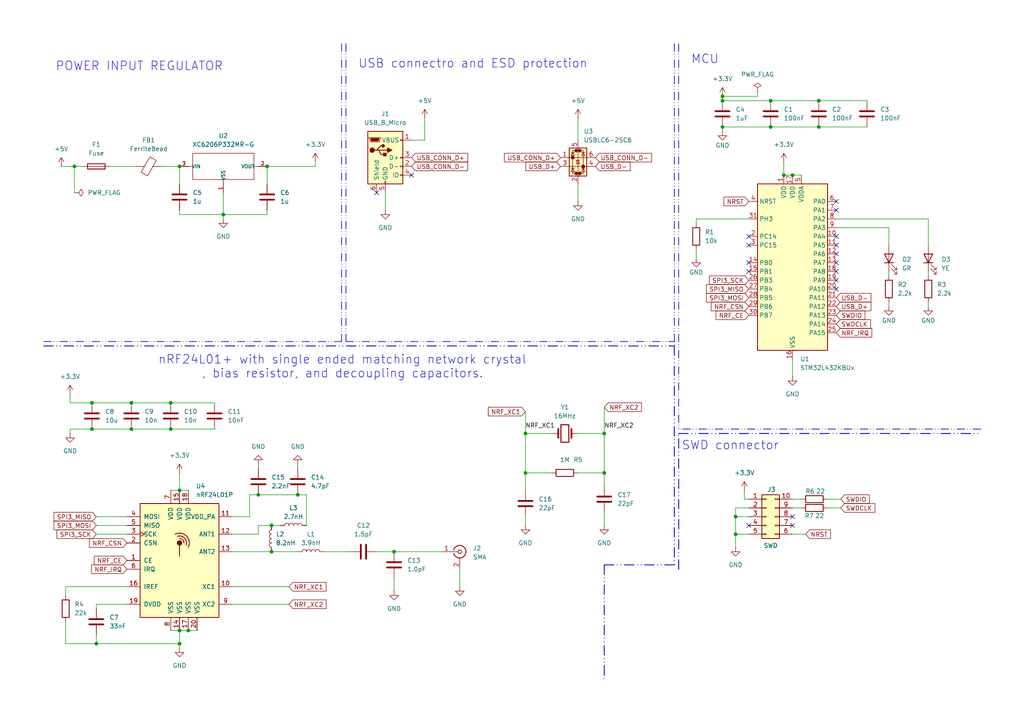
<source format=kicad_sch>
(kicad_sch (version 20231120) (generator "eeschema") (generator_version "8.0")
  (paper "A4")
  (title_block (title "STRF") (date "2025-01-26") (company "MORCHID"))
  (lib_symbols
    (symbol "Connector:Conn_Coaxial" (pin_names (offset 1.016) hide)
      (property "Reference" "J" (at 0.254 3.048 0))
      (property "Value" "Conn_Coaxial" (at 2.921 0 90))
      (symbol "Conn_Coaxial_0_1"
        (arc (start -1.778 -0.508) (mid 0.2311 -1.8066) (end 1.778 0) (stroke (width 0.254)))
        (polyline (pts (xy -2.54 0) (xy -0.508 0)))
        (polyline (pts (xy 0 -2.54) (xy 0 -1.778)))
        (circle (center 0 0) (radius 0.508) (stroke (width 0.2032)))
        (arc (start 1.778 0) (mid 0.2099 1.8101) (end -1.778 0.508) (stroke (width 0.254)))
      )
      (symbol "Conn_Coaxial_1_1"
        (pin passive line (at -5.08 0 0) (length 2.54) (name "In") (number "1"))
        (pin passive line (at 0 -5.08 90) (length 2.54) (name "Ext") (number "2"))
      )
    )
    (symbol "Connector:USB_B_Micro" (pin_names (offset 1.016))
      (property "Reference" "J" (at -5.08 11.43 0))
      (property "Value" "USB_B_Micro" (at -5.08 8.89 0))
      (symbol "USB_B_Micro_0_1"
        (rectangle (start -5.08 -7.62) (end 5.08 7.62) (stroke (width 0.254)) (fill (type background)))
        (circle (center -3.81 2.159) (radius 0.635) (stroke (width 0.254)) (fill (type outline)))
        (circle (center -0.635 3.429) (radius 0.381) (stroke (width 0.254)) (fill (type outline)))
        (rectangle (start -0.127 -7.62) (end 0.127 -6.858))
        (polyline (pts (xy -1.905 2.159) (xy 0.635 2.159)) (stroke (width 0.254)))
        (polyline (pts (xy -3.175 2.159) (xy -2.54 2.159) (xy -1.27 3.429) (xy -0.635 3.429)) (stroke (width 0.254)))
        (polyline (pts (xy -2.54 2.159) (xy -1.905 2.159) (xy -1.27 0.889) (xy 0 0.889)) (stroke (width 0.254)))
        (polyline (pts (xy 0.635 2.794) (xy 0.635 1.524) (xy 1.905 2.159) (xy 0.635 2.794)) (stroke (width 0.254)) (fill (type outline)))
        (polyline (pts (xy -4.318 5.588) (xy -1.778 5.588) (xy -2.032 4.826) (xy -4.064 4.826) (xy -4.318 5.588)) (fill (type outline)))
        (polyline (pts (xy -4.699 5.842) (xy -4.699 5.588) (xy -4.445 4.826) (xy -4.445 4.572) (xy -1.651 4.572) (xy -1.651 4.826) (xy -1.397 5.588) (xy -1.397 5.842) (xy -4.699 5.842)))
        (rectangle (start 0.254 1.27) (end -0.508 0.508) (stroke (width 0.254)) (fill (type outline)))
        (rectangle (start 5.08 -5.207) (end 4.318 -4.953))
        (rectangle (start 5.08 -2.667) (end 4.318 -2.413))
        (rectangle (start 5.08 -0.127) (end 4.318 0.127))
        (rectangle (start 5.08 4.953) (end 4.318 5.207))
      )
      (symbol "USB_B_Micro_1_1"
        (pin power_out line (at 7.62 5.08 180) (length 2.54) (name "VBUS") (number "1"))
        (pin bidirectional line (at 7.62 -2.54 180) (length 2.54) (name "D-") (number "2"))
        (pin bidirectional line (at 7.62 0 180) (length 2.54) (name "D+") (number "3"))
        (pin passive line (at 7.62 -5.08 180) (length 2.54) (name "ID") (number "4"))
        (pin power_out line (at 0 -10.16 90) (length 2.54) (name "GND") (number "5"))
        (pin passive line (at -2.54 -10.16 90) (length 2.54) (name "Shield") (number "6"))
      )
    )
    (symbol "Connector_Generic:Conn_02x05_Counter_Clockwise" (pin_names (offset 1.016) hide)
      (property "Reference" "J" (at 1.27 7.62 0))
      (property "Value" "Conn_02x05_Counter_Clockwise" (at 1.27 -7.62 0))
      (symbol "Conn_02x05_Counter_Clockwise_1_1"
        (rectangle (start -1.27 -4.953) (end 0 -5.207) (stroke (width 0.1524)))
        (rectangle (start -1.27 -2.413) (end 0 -2.667) (stroke (width 0.1524)))
        (rectangle (start -1.27 0.127) (end 0 -0.127) (stroke (width 0.1524)))
        (rectangle (start -1.27 2.667) (end 0 2.413) (stroke (width 0.1524)))
        (rectangle (start -1.27 5.207) (end 0 4.953) (stroke (width 0.1524)))
        (rectangle (start -1.27 6.35) (end 3.81 -6.35) (stroke (width 0.254)) (fill (type background)))
        (rectangle (start 3.81 -4.953) (end 2.54 -5.207) (stroke (width 0.1524)))
        (rectangle (start 3.81 -2.413) (end 2.54 -2.667) (stroke (width 0.1524)))
        (rectangle (start 3.81 0.127) (end 2.54 -0.127) (stroke (width 0.1524)))
        (rectangle (start 3.81 2.667) (end 2.54 2.413) (stroke (width 0.1524)))
        (rectangle (start 3.81 5.207) (end 2.54 4.953) (stroke (width 0.1524)))
        (pin passive line (at -5.08 5.08 0) (length 3.81) (name "Pin_1") (number "1"))
        (pin passive line (at 7.62 5.08 180) (length 3.81) (name "Pin_10") (number "10"))
        (pin passive line (at -5.08 2.54 0) (length 3.81) (name "Pin_2") (number "2"))
        (pin passive line (at -5.08 0 0) (length 3.81) (name "Pin_3") (number "3"))
        (pin passive line (at -5.08 -2.54 0) (length 3.81) (name "Pin_4") (number "4"))
        (pin passive line (at -5.08 -5.08 0) (length 3.81) (name "Pin_5") (number "5"))
        (pin passive line (at 7.62 -5.08 180) (length 3.81) (name "Pin_6") (number "6"))
        (pin passive line (at 7.62 -2.54 180) (length 3.81) (name "Pin_7") (number "7"))
        (pin passive line (at 7.62 0 180) (length 3.81) (name "Pin_8") (number "8"))
        (pin passive line (at 7.62 2.54 180) (length 3.81) (name "Pin_9") (number "9"))
      )
    )
    (symbol "Device:C" (pin_numbers hide) (pin_names (offset 0.254))
      (property "Reference" "C" (at 0.635 2.54 0))
      (property "Value" "C" (at 0.635 -2.54 0))
      (symbol "C_0_1"
        (polyline (pts (xy -2.032 -0.762) (xy 2.032 -0.762)) (stroke (width 0.508)))
        (polyline (pts (xy -2.032 0.762) (xy 2.032 0.762)) (stroke (width 0.508)))
      )
      (symbol "C_1_1"
        (pin passive line (at 0 3.81 270) (length 2.794) (name "~") (number "1"))
        (pin passive line (at 0 -3.81 90) (length 2.794) (name "~") (number "2"))
      )
    )
    (symbol "Device:Crystal" (pin_numbers hide) (pin_names (offset 1.016) hide)
      (property "Reference" "Y" (at 0 3.81 0))
      (property "Value" "Crystal" (at 0 -3.81 0))
      (symbol "Crystal_0_1"
        (rectangle (start -1.143 2.54) (end 1.143 -2.54) (stroke (width 0.3048)))
        (polyline (pts (xy -2.54 0) (xy -1.905 0)))
        (polyline (pts (xy -1.905 -1.27) (xy -1.905 1.27)) (stroke (width 0.508)))
        (polyline (pts (xy 1.905 -1.27) (xy 1.905 1.27)) (stroke (width 0.508)))
        (polyline (pts (xy 2.54 0) (xy 1.905 0)))
      )
      (symbol "Crystal_1_1"
        (pin passive line (at -3.81 0 0) (length 1.27) (name "1") (number "1"))
        (pin passive line (at 3.81 0 180) (length 1.27) (name "2") (number "2"))
      )
    )
    (symbol "Device:FerriteBead" (pin_numbers hide) (pin_names (offset 0))
      (property "Reference" "FB" (at -3.81 0.635 90))
      (property "Value" "FerriteBead" (at 3.81 0 90))
      (symbol "FerriteBead_0_1"
        (polyline (pts (xy 0 -1.27) (xy 0 -1.2192)))
        (polyline (pts (xy 0 1.27) (xy 0 1.2954)))
        (polyline (pts (xy -2.7686 0.4064) (xy -1.7018 2.2606) (xy 2.7686 -0.3048) (xy 1.6764 -2.159) (xy -2.7686 0.4064)))
      )
      (symbol "FerriteBead_1_1"
        (pin passive line (at 0 3.81 270) (length 2.54) (name "~") (number "1"))
        (pin passive line (at 0 -3.81 90) (length 2.54) (name "~") (number "2"))
      )
    )
    (symbol "Device:Fuse" (pin_numbers hide) (pin_names (offset 0))
      (property "Reference" "F" (at 2.032 0 90))
      (property "Value" "Fuse" (at -1.905 0 90))
      (symbol "Fuse_0_1"
        (rectangle (start -0.762 -2.54) (end 0.762 2.54) (stroke (width 0.254)))
        (polyline (pts (xy 0 2.54) (xy 0 -2.54)))
      )
      (symbol "Fuse_1_1"
        (pin passive line (at 0 3.81 270) (length 1.27) (name "~") (number "1"))
        (pin passive line (at 0 -3.81 90) (length 1.27) (name "~") (number "2"))
      )
    )
    (symbol "Device:L" (pin_numbers hide) (pin_names (offset 1.016) hide)
      (property "Reference" "L" (at -1.27 0 90))
      (property "Value" "L" (at 1.905 0 90))
      (symbol "L_0_1"
        (arc (start 0 -2.54) (mid 0.6323 -1.905) (end 0 -1.27))
        (arc (start 0 -1.27) (mid 0.6323 -0.635) (end 0 0))
        (arc (start 0 0) (mid 0.6323 0.635) (end 0 1.27))
        (arc (start 0 1.27) (mid 0.6323 1.905) (end 0 2.54))
      )
      (symbol "L_1_1"
        (pin passive line (at 0 3.81 270) (length 1.27) (name "1") (number "1"))
        (pin passive line (at 0 -3.81 90) (length 1.27) (name "2") (number "2"))
      )
    )
    (symbol "Device:LED" (pin_numbers hide) (pin_names (offset 1.016) hide)
      (property "Reference" "D" (at 0 2.54 0))
      (property "Value" "LED" (at 0 -2.54 0))
      (symbol "LED_0_1"
        (polyline (pts (xy -1.27 -1.27) (xy -1.27 1.27)) (stroke (width 0.254)))
        (polyline (pts (xy -1.27 0) (xy 1.27 0)))
        (polyline (pts (xy 1.27 -1.27) (xy 1.27 1.27) (xy -1.27 0) (xy 1.27 -1.27)) (stroke (width 0.254)))
        (polyline (pts (xy -3.048 -0.762) (xy -4.572 -2.286) (xy -3.81 -2.286) (xy -4.572 -2.286) (xy -4.572 -1.524)))
        (polyline (pts (xy -1.778 -0.762) (xy -3.302 -2.286) (xy -2.54 -2.286) (xy -3.302 -2.286) (xy -3.302 -1.524)))
      )
      (symbol "LED_1_1"
        (pin passive line (at -3.81 0 0) (length 2.54) (name "K") (number "1"))
        (pin passive line (at 3.81 0 180) (length 2.54) (name "A") (number "2"))
      )
    )
    (symbol "Device:R" (pin_numbers hide) (pin_names (offset 0))
      (property "Reference" "R" (at 2.032 0 90))
      (property "Value" "R" (at 0 0 90))
      (symbol "R_0_1"
        (rectangle (start -1.016 -2.54) (end 1.016 2.54) (stroke (width 0.254)))
      )
      (symbol "R_1_1"
        (pin passive line (at 0 3.81 270) (length 1.27) (name "~") (number "1"))
        (pin passive line (at 0 -3.81 90) (length 1.27) (name "~") (number "2"))
      )
    )
    (symbol "MCU_ST_STM32L4:STM32L432KBUx"
      (property "Reference" "U" (at -10.16 26.67 0))
      (property "Value" "STM32L432KBUx" (at 5.08 26.67 0))
      (symbol "STM32L432KBUx_0_1"
        (rectangle (start -10.16 -22.86) (end 10.16 25.4) (stroke (width 0.254)) (fill (type background)))
      )
      (symbol "STM32L432KBUx_1_1"
        (pin power_in line (at -2.54 27.94 270) (length 2.54) (name "VDD") (number "1"))
        (pin bidirectional line (at 12.7 10.16 180) (length 2.54) (name "PA4") (number "10"))
        (pin bidirectional line (at 12.7 7.62 180) (length 2.54) (name "PA5") (number "11"))
        (pin bidirectional line (at 12.7 5.08 180) (length 2.54) (name "PA6") (number "12"))
        (pin bidirectional line (at 12.7 2.54 180) (length 2.54) (name "PA7") (number "13"))
        (pin bidirectional line (at -12.7 2.54 0) (length 2.54) (name "PB0") (number "14"))
        (pin bidirectional line (at -12.7 0 0) (length 2.54) (name "PB1") (number "15"))
        (pin power_in line (at 0 -25.4 90) (length 2.54) (name "VSS") (number "16"))
        (pin power_in line (at 0 27.94 270) (length 2.54) (name "VDD") (number "17"))
        (pin bidirectional line (at 12.7 0 180) (length 2.54) (name "PA8") (number "18"))
        (pin bidirectional line (at 12.7 -2.54 180) (length 2.54) (name "PA9") (number "19"))
        (pin bidirectional line (at -12.7 10.16 0) (length 2.54) (name "PC14") (number "2"))
        (pin bidirectional line (at 12.7 -5.08 180) (length 2.54) (name "PA10") (number "20"))
        (pin bidirectional line (at 12.7 -7.62 180) (length 2.54) (name "PA11") (number "21"))
        (pin bidirectional line (at 12.7 -10.16 180) (length 2.54) (name "PA12") (number "22"))
        (pin bidirectional line (at 12.7 -12.7 180) (length 2.54) (name "PA13") (number "23"))
        (pin bidirectional line (at 12.7 -15.24 180) (length 2.54) (name "PA14") (number "24"))
        (pin bidirectional line (at 12.7 -17.78 180) (length 2.54) (name "PA15") (number "25"))
        (pin bidirectional line (at -12.7 -2.54 0) (length 2.54) (name "PB3") (number "26"))
        (pin bidirectional line (at -12.7 -5.08 0) (length 2.54) (name "PB4") (number "27"))
        (pin bidirectional line (at -12.7 -7.62 0) (length 2.54) (name "PB5") (number "28"))
        (pin bidirectional line (at -12.7 -10.16 0) (length 2.54) (name "PB6") (number "29"))
        (pin bidirectional line (at -12.7 7.62 0) (length 2.54) (name "PC15") (number "3"))
        (pin bidirectional line (at -12.7 -12.7 0) (length 2.54) (name "PB7") (number "30"))
        (pin bidirectional line (at -12.7 15.24 0) (length 2.54) (name "PH3") (number "31"))
        (pin passive line (at 0 -25.4 90) (length 2.54) hide (name "VSS") (number "32"))
        (pin passive line (at 0 -25.4 90) (length 2.54) hide (name "VSS") (number "33"))
        (pin input line (at -12.7 20.32 0) (length 2.54) (name "NRST") (number "4"))
        (pin power_in line (at 2.54 27.94 270) (length 2.54) (name "VDDA") (number "5"))
        (pin bidirectional line (at 12.7 20.32 180) (length 2.54) (name "PA0") (number "6"))
        (pin bidirectional line (at 12.7 17.78 180) (length 2.54) (name "PA1") (number "7"))
        (pin bidirectional line (at 12.7 15.24 180) (length 2.54) (name "PA2") (number "8"))
        (pin bidirectional line (at 12.7 12.7 180) (length 2.54) (name "PA3") (number "9"))
      )
    )
    (symbol "PMIC-LDO-XC6206P332MR-G_SOT23_:PMIC-LDO-XC6206P332MR-G_SOT23_" (pin_names (offset 1.016))
      (property "Reference" "U" (at -8.9014 5.0865 0))
      (property "Value" "PMIC-LDO-XC6206P332MR-G_SOT23_" (at -1.2715 5.086 0))
      (symbol "PMIC-LDO-XC6206P332MR-G_SOT23__0_0"
        (polyline (pts (xy -10.16 0) (xy -8.89 0)) (stroke (width 0.1524)))
        (polyline (pts (xy -8.89 -3.81) (xy -8.89 0)) (stroke (width 0.1524)))
        (polyline (pts (xy -8.89 0) (xy -8.89 3.81)) (stroke (width 0.1524)))
        (polyline (pts (xy -8.89 3.81) (xy 8.89 3.81)) (stroke (width 0.1524)))
        (polyline (pts (xy 0 -5.08) (xy 0 -3.81)) (stroke (width 0.1524)))
        (polyline (pts (xy 0 -3.81) (xy -8.89 -3.81)) (stroke (width 0.1524)))
        (polyline (pts (xy 8.89 -3.81) (xy 0 -3.81)) (stroke (width 0.1524)))
        (polyline (pts (xy 8.89 0) (xy 8.89 -3.81)) (stroke (width 0.1524)))
        (polyline (pts (xy 8.89 3.81) (xy 8.89 0)) (stroke (width 0.1524)))
        (polyline (pts (xy 10.16 0) (xy 8.89 0)) (stroke (width 0.1524)))
        (pin power_in line (at 0 -7.62 90) (length 2.54) (name "VSS") (number "1"))
        (pin output line (at 12.7 0 180) (length 2.54) (name "VOUT") (number "2"))
        (pin input line (at -12.7 0 0) (length 2.54) (name "VIN") (number "3"))
      )
    )
    (symbol "Power_Protection:USBLC6-2SC6" (pin_names hide)
      (property "Reference" "U" (at 0.635 5.715 0))
      (property "Value" "USBLC6-2SC6" (at 0.635 3.81 0))
      (symbol "USBLC6-2SC6_0_0"
        (circle (center -1.524 0) (radius 0.0001) (stroke (width 0.508)))
        (circle (center -0.508 -4.572) (radius 0.0001) (stroke (width 0.508)))
        (circle (center -0.508 2.032) (radius 0.0001) (stroke (width 0.508)))
        (circle (center 0.508 -4.572) (radius 0.0001) (stroke (width 0.508)))
        (circle (center 0.508 2.032) (radius 0.0001) (stroke (width 0.508)))
        (circle (center 1.524 -2.54) (radius 0.0001) (stroke (width 0.508)))
      )
      (symbol "USBLC6-2SC6_0_1"
        (polyline (pts (xy -2.54 -2.54) (xy 2.54 -2.54)))
        (polyline (pts (xy -2.54 0) (xy 2.54 0)))
        (polyline (pts (xy -2.032 -3.048) (xy -1.016 -3.048)))
        (polyline (pts (xy -1.016 1.524) (xy -2.032 1.524)))
        (polyline (pts (xy 1.016 -3.048) (xy 2.032 -3.048)))
        (polyline (pts (xy 1.016 1.524) (xy 2.032 1.524)))
        (polyline (pts (xy -0.508 -1.143) (xy -0.508 -0.762) (xy 0.508 -0.762)))
        (polyline (pts (xy -2.032 0.508) (xy -1.016 0.508) (xy -1.524 1.524) (xy -2.032 0.508)))
        (polyline (pts (xy -1.016 -4.064) (xy -2.032 -4.064) (xy -1.524 -3.048) (xy -1.016 -4.064)))
        (polyline (pts (xy 0.508 -1.778) (xy -0.508 -1.778) (xy 0 -0.762) (xy 0.508 -1.778)))
        (polyline (pts (xy 2.032 -4.064) (xy 1.016 -4.064) (xy 1.524 -3.048) (xy 2.032 -4.064)))
        (polyline (pts (xy 2.032 0.508) (xy 1.016 0.508) (xy 1.524 1.524) (xy 2.032 0.508)))
        (polyline (pts (xy 0 2.54) (xy -0.508 2.032) (xy 0.508 2.032) (xy 0 1.524) (xy 0 -4.064) (xy -0.508 -4.572) (xy 0.508 -4.572) (xy 0 -5.08)))
      )
      (symbol "USBLC6-2SC6_1_1"
        (rectangle (start -2.54 2.794) (end 2.54 -5.334) (stroke (width 0.254)) (fill (type background)))
        (polyline (pts (xy -0.508 2.032) (xy -1.524 2.032) (xy -1.524 -4.572) (xy -0.508 -4.572)))
        (polyline (pts (xy 0.508 -4.572) (xy 1.524 -4.572) (xy 1.524 2.032) (xy 0.508 2.032)))
        (pin passive line (at -5.08 0 0) (length 2.54) (name "I/O1") (number "1"))
        (pin passive line (at 0 -7.62 90) (length 2.54) (name "GND") (number "2"))
        (pin passive line (at -5.08 -2.54 0) (length 2.54) (name "I/O2") (number "3"))
        (pin passive line (at 5.08 -2.54 180) (length 2.54) (name "I/O2") (number "4"))
        (pin passive line (at 0 5.08 270) (length 2.54) (name "VBUS") (number "5"))
        (pin passive line (at 5.08 0 180) (length 2.54) (name "I/O1") (number "6"))
      )
    )
    (symbol "RF:nRF24L01P" (pin_names (offset 1.016))
      (property "Reference" "U" (at -11.43 17.78 0))
      (property "Value" "nRF24L01P" (at 5.08 17.78 0))
      (symbol "nRF24L01P_0_1"
        (rectangle (start -11.43 16.51) (end 11.43 -16.51) (stroke (width 0.254)) (fill (type background)))
        (polyline (pts (xy 0 4.445) (xy 0 1.27)) (stroke (width 0.254)))
        (circle (center 0 5.08) (radius 0.635) (stroke (width 0.254)) (fill (type outline)))
        (arc (start 1.27 5.08) (mid 0.9071 5.9946) (end 0 6.35) (stroke (width 0.254)))
        (arc (start 1.905 4.445) (mid 1.4313 6.5254) (end -0.635 6.985) (stroke (width 0.254)))
        (arc (start 2.54 3.81) (mid 2.008 7.088) (end -1.27 7.62) (stroke (width 0.254)))
        (rectangle (start 11.43 -13.97) (end 11.43 -13.97))
      )
      (symbol "nRF24L01P_1_1"
        (pin input line (at -15.24 0 0) (length 3.81) (name "CE") (number "1"))
        (pin passive line (at 15.24 -7.62 180) (length 3.81) (name "XC1") (number "10"))
        (pin power_out line (at 15.24 12.7 180) (length 3.81) (name "VDD_PA") (number "11"))
        (pin passive line (at 15.24 7.62 180) (length 3.81) (name "ANT1") (number "12"))
        (pin passive line (at 15.24 2.54 180) (length 3.81) (name "ANT2") (number "13"))
        (pin power_in line (at 0 -20.32 90) (length 3.81) (name "VSS") (number "14"))
        (pin power_in line (at 0 20.32 270) (length 3.81) (name "VDD") (number "15"))
        (pin passive line (at -15.24 -7.62 0) (length 3.81) (name "IREF") (number "16"))
        (pin power_in line (at 2.54 -20.32 90) (length 3.81) (name "VSS") (number "17"))
        (pin power_in line (at 2.54 20.32 270) (length 3.81) (name "VDD") (number "18"))
        (pin power_out line (at -15.24 -12.7 0) (length 3.81) (name "DVDD") (number "19"))
        (pin input line (at -15.24 5.08 0) (length 3.81) (name "CSN") (number "2"))
        (pin power_in line (at 5.08 -20.32 90) (length 3.81) (name "VSS") (number "20"))
        (pin input clock (at -15.24 7.62 0) (length 3.81) (name "SCK") (number "3"))
        (pin input line (at -15.24 12.7 0) (length 3.81) (name "MOSI") (number "4"))
        (pin output line (at -15.24 10.16 0) (length 3.81) (name "MISO") (number "5"))
        (pin output line (at -15.24 -2.54 0) (length 3.81) (name "IRQ") (number "6"))
        (pin power_in line (at -2.54 20.32 270) (length 3.81) (name "VDD") (number "7"))
        (pin power_in line (at -2.54 -20.32 90) (length 3.81) (name "VSS") (number "8"))
        (pin passive line (at 15.24 -12.7 180) (length 3.81) (name "XC2") (number "9"))
      )
    )
    (symbol "power:+3.3V" (power) (pin_numbers hide) (pin_names (offset 0) hide)
      (property "Value" "+3.3V" (at 0 3.556 0))
      (symbol "+3.3V_0_1"
        (polyline (pts (xy -0.762 1.27) (xy 0 2.54)))
        (polyline (pts (xy 0 0) (xy 0 2.54)))
        (polyline (pts (xy 0 2.54) (xy 0.762 1.27)))
      )
      (symbol "+3.3V_1_1"
        (pin power_in line (at 0 0 90) (length 0) (name "~") (number "1"))
      )
    )
    (symbol "power:+5C" (power) (pin_numbers hide) (pin_names (offset 0) hide)
      (property "Value" "+5C" (at 0 3.556 0))
      (symbol "+5C_0_1"
        (polyline (pts (xy -0.762 1.27) (xy 0 2.54)))
        (polyline (pts (xy 0 0) (xy 0 2.54)))
        (polyline (pts (xy 0 2.54) (xy 0.762 1.27)))
      )
      (symbol "+5C_1_1"
        (pin power_in line (at 0 0 90) (length 0) (name "~") (number "1"))
      )
    )
    (symbol "power:+5V" (power) (pin_numbers hide) (pin_names (offset 0) hide)
      (property "Value" "+5V" (at 0 3.556 0))
      (symbol "+5V_0_1"
        (polyline (pts (xy -0.762 1.27) (xy 0 2.54)))
        (polyline (pts (xy 0 0) (xy 0 2.54)))
        (polyline (pts (xy 0 2.54) (xy 0.762 1.27)))
      )
      (symbol "+5V_1_1"
        (pin power_in line (at 0 0 90) (length 0) (name "~") (number "1"))
      )
    )
    (symbol "power:GND" (power) (pin_numbers hide) (pin_names (offset 0) hide)
      (property "Value" "GND" (at 0 -3.81 0))
      (symbol "GND_0_1"
        (polyline (pts (xy 0 0) (xy 0 -1.27) (xy 1.27 -1.27) (xy 0 -2.54) (xy -1.27 -1.27) (xy 0 -1.27)))
      )
      (symbol "GND_1_1"
        (pin power_in line (at 0 0 270) (length 0) (name "~") (number "1"))
      )
    )
    (symbol "power:PWR_FLAG" (power) (pin_numbers hide) (pin_names (offset 0) hide)
      (property "Value" "PWR_FLAG" (at 0 3.81 0))
      (symbol "PWR_FLAG_0_0"
        (pin power_out line (at 0 0 90) (length 0) (name "~") (number "1"))
      )
      (symbol "PWR_FLAG_0_1"
        (polyline (pts (xy 0 0) (xy 0 1.27) (xy -1.016 1.905) (xy 0 2.54) (xy 1.016 1.905) (xy 0 1.27)))
      )
    )
  )
  (junction (at 21.59 48.26))
  (junction (at 49.53 124.46))
  (junction (at 77.47 48.26))
  (junction (at 78.74 152.4))
  (junction (at 54.61 182.88))
  (junction (at 26.67 116.84))
  (junction (at 26.67 124.46))
  (junction (at 227.33 50.8))
  (junction (at 209.55 27.94))
  (junction (at 152.4 125.73))
  (junction (at 64.77 62.23))
  (junction (at 213.36 149.86))
  (junction (at 38.1 116.84))
  (junction (at 52.07 48.26))
  (junction (at 209.55 36.83))
  (junction (at 209.55 29.21))
  (junction (at 52.07 182.88))
  (junction (at 27.94 186.69))
  (junction (at 86.36 143.51))
  (junction (at 52.07 186.69))
  (junction (at 223.52 29.21))
  (junction (at 78.74 160.02))
  (junction (at 237.49 36.83))
  (junction (at 52.07 142.24))
  (junction (at 175.26 137.16))
  (junction (at 175.26 125.73))
  (junction (at 38.1 124.46))
  (junction (at 152.4 137.16))
  (junction (at 114.3 160.02))
  (junction (at 213.36 154.94))
  (junction (at 237.49 29.21))
  (junction (at 229.87 50.8))
  (junction (at 74.93 143.51))
  (junction (at 223.52 36.83))
  (junction (at 49.53 116.84))
  (no_connect (at 217.17 68.58))
  (no_connect (at 217.17 76.2))
  (no_connect (at 242.57 76.2))
  (no_connect (at 109.22 55.88))
  (no_connect (at 229.87 152.4))
  (no_connect (at 217.17 152.4))
  (no_connect (at 242.57 68.58))
  (no_connect (at 242.57 71.12))
  (no_connect (at 229.87 149.86))
  (no_connect (at 242.57 73.66))
  (no_connect (at 217.17 71.12))
  (no_connect (at 119.38 50.8))
  (no_connect (at 217.17 78.74))
  (no_connect (at 242.57 58.42))
  (no_connect (at 242.57 78.74))
  (no_connect (at 242.57 81.28))
  (no_connect (at 242.57 83.82))
  (no_connect (at 242.57 60.96))
  (wire (pts (xy 119.38 40.64) (xy 123.19 40.64)))
  (polyline (pts (xy 100.33 12.7) (xy 100.33 99.06)) (stroke (width 0.2) (type dash_dot_dot)))
  (wire (pts (xy 31.75 48.26) (xy 39.37 48.26)))
  (wire (pts (xy 215.9 144.78) (xy 217.17 144.78)))
  (wire (pts (xy 52.07 182.88) (xy 52.07 186.69)))
  (wire (pts (xy 27.94 154.94) (xy 36.83 154.94)))
  (wire (pts (xy 77.47 62.23) (xy 64.77 62.23)))
  (wire (pts (xy 242.57 66.04) (xy 257.81 66.04)))
  (wire (pts (xy 20.32 125.73) (xy 20.32 124.46)))
  (wire (pts (xy 17.78 48.26) (xy 21.59 48.26)))
  (polyline (pts (xy 196.85 125.73) (xy 284.48 125.73)) (stroke (width 0.25) (type dash_dot_dot)))
  (wire (pts (xy 27.94 175.26) (xy 36.83 175.26)))
  (wire (pts (xy 26.67 116.84) (xy 20.32 116.84)))
  (wire (pts (xy 160.02 125.73) (xy 152.4 125.73)))
  (wire (pts (xy 213.36 149.86) (xy 213.36 147.32)))
  (wire (pts (xy 52.07 137.16) (xy 52.07 142.24)))
  (wire (pts (xy 72.39 149.86) (xy 67.31 149.86)))
  (wire (pts (xy 21.59 48.26) (xy 24.13 48.26)))
  (wire (pts (xy 52.07 182.88) (xy 54.61 182.88)))
  (polyline (pts (xy 196.85 12.7) (xy 196.85 124.46)) (stroke (width 0.2) (type dash_dot_dot)))
  (wire (pts (xy 229.87 144.78) (xy 232.41 144.78)))
  (wire (pts (xy 209.55 29.21) (xy 223.52 29.21)))
  (wire (pts (xy 114.3 171.45) (xy 114.3 167.64)))
  (wire (pts (xy 83.82 170.18) (xy 67.31 170.18)))
  (polyline (pts (xy 195.58 163.83) (xy 175.26 163.83)) (stroke (width 0.25) (type dash_dot_dot)))
  (wire (pts (xy 219.71 26.67) (xy 219.71 27.94)))
  (wire (pts (xy 88.9 143.51) (xy 86.36 143.51)))
  (wire (pts (xy 114.3 160.02) (xy 128.27 160.02)))
  (wire (pts (xy 215.9 142.24) (xy 215.9 144.78)))
  (wire (pts (xy 49.53 142.24) (xy 52.07 142.24)))
  (wire (pts (xy 167.64 125.73) (xy 175.26 125.73)))
  (wire (pts (xy 257.81 80.01) (xy 257.81 78.74)))
  (polyline (pts (xy 99.06 12.7) (xy 99.06 99.06)) (stroke (width 0.2) (type dash_dot_dot)))
  (wire (pts (xy 64.77 55.88) (xy 64.77 62.23)))
  (wire (pts (xy 175.26 118.11) (xy 175.26 125.73)))
  (wire (pts (xy 229.87 104.14) (xy 229.87 109.22)))
  (wire (pts (xy 257.81 88.9) (xy 257.81 87.63)))
  (wire (pts (xy 167.64 34.29) (xy 167.64 40.64)))
  (wire (pts (xy 213.36 147.32) (xy 217.17 147.32)))
  (wire (pts (xy 213.36 154.94) (xy 213.36 149.86)))
  (wire (pts (xy 20.32 124.46) (xy 26.67 124.46)))
  (wire (pts (xy 223.52 29.21) (xy 237.49 29.21)))
  (wire (pts (xy 26.67 124.46) (xy 38.1 124.46)))
  (polyline (pts (xy 196.85 165.1) (xy 196.85 125.73)) (stroke (width 0.25) (type dash_dot_dot)))
  (wire (pts (xy 52.07 62.23) (xy 64.77 62.23)))
  (wire (pts (xy 269.24 88.9) (xy 269.24 87.63)))
  (wire (pts (xy 209.55 27.94) (xy 209.55 29.21)))
  (wire (pts (xy 269.24 63.5) (xy 269.24 71.12)))
  (wire (pts (xy 175.26 137.16) (xy 175.26 140.97)))
  (wire (pts (xy 54.61 182.88) (xy 57.15 182.88)))
  (wire (pts (xy 111.76 55.88) (xy 111.76 60.96)))
  (wire (pts (xy 201.93 74.93) (xy 201.93 72.39)))
  (wire (pts (xy 175.26 152.4) (xy 175.26 148.59)))
  (wire (pts (xy 86.36 134.62) (xy 86.36 135.89)))
  (polyline (pts (xy 195.58 12.7) (xy 195.58 100.33)) (stroke (width 0.2) (type dash_dot_dot)))
  (wire (pts (xy 229.87 147.32) (xy 232.41 147.32)))
  (wire (pts (xy 152.4 119.38) (xy 152.4 125.73)))
  (wire (pts (xy 52.07 142.24) (xy 54.61 142.24)))
  (wire (pts (xy 227.33 50.8) (xy 229.87 50.8)))
  (wire (pts (xy 38.1 124.46) (xy 49.53 124.46)))
  (wire (pts (xy 152.4 152.4) (xy 152.4 149.86)))
  (polyline (pts (xy 12.7 100.33) (xy 195.58 100.33)) (stroke (width 0.25) (type dash_dot_dot)))
  (wire (pts (xy 46.99 48.26) (xy 52.07 48.26)))
  (wire (pts (xy 223.52 36.83) (xy 237.49 36.83)))
  (wire (pts (xy 38.1 116.84) (xy 26.67 116.84)))
  (wire (pts (xy 77.47 62.23) (xy 77.47 60.96)))
  (wire (pts (xy 77.47 48.26) (xy 91.44 48.26)))
  (wire (pts (xy 167.64 137.16) (xy 175.26 137.16)))
  (wire (pts (xy 152.4 137.16) (xy 160.02 137.16)))
  (wire (pts (xy 67.31 175.26) (xy 83.82 175.26)))
  (wire (pts (xy 64.77 62.23) (xy 64.77 63.5)))
  (polyline (pts (xy 175.26 163.83) (xy 175.26 196.85)) (stroke (width 0.25) (type dash_dot_dot)))
  (wire (pts (xy 27.94 184.15) (xy 27.94 186.69)))
  (wire (pts (xy 242.57 63.5) (xy 269.24 63.5)))
  (wire (pts (xy 209.55 38.1) (xy 209.55 36.83)))
  (wire (pts (xy 269.24 78.74) (xy 269.24 80.01)))
  (wire (pts (xy 213.36 149.86) (xy 217.17 149.86)))
  (wire (pts (xy 67.31 154.94) (xy 74.93 154.94)))
  (wire (pts (xy 49.53 182.88) (xy 52.07 182.88)))
  (wire (pts (xy 240.03 147.32) (xy 243.84 147.32)))
  (wire (pts (xy 49.53 124.46) (xy 62.23 124.46)))
  (wire (pts (xy 88.9 152.4) (xy 88.9 143.51)))
  (wire (pts (xy 49.53 116.84) (xy 62.23 116.84)))
  (wire (pts (xy 175.26 125.73) (xy 175.26 137.16)))
  (wire (pts (xy 19.05 170.18) (xy 19.05 172.72)))
  (wire (pts (xy 27.94 186.69) (xy 52.07 186.69)))
  (wire (pts (xy 86.36 143.51) (xy 74.93 143.51)))
  (wire (pts (xy 67.31 160.02) (xy 78.74 160.02)))
  (wire (pts (xy 133.35 170.18) (xy 133.35 165.1)))
  (wire (pts (xy 123.19 40.64) (xy 123.19 34.29)))
  (polyline (pts (xy 195.58 100.33) (xy 195.58 163.83)) (stroke (width 0.25) (type dash_dot_dot)))
  (wire (pts (xy 19.05 186.69) (xy 27.94 186.69)))
  (wire (pts (xy 240.03 144.78) (xy 243.84 144.78)))
  (wire (pts (xy 257.81 66.04) (xy 257.81 71.12)))
  (wire (pts (xy 237.49 29.21) (xy 251.46 29.21)))
  (wire (pts (xy 52.07 186.69) (xy 52.07 187.96)))
  (wire (pts (xy 229.87 50.8) (xy 232.41 50.8)))
  (wire (pts (xy 74.93 152.4) (xy 78.74 152.4)))
  (wire (pts (xy 213.36 154.94) (xy 217.17 154.94)))
  (wire (pts (xy 74.93 134.62) (xy 74.93 135.89)))
  (wire (pts (xy 27.94 149.86) (xy 36.83 149.86)))
  (wire (pts (xy 74.93 143.51) (xy 72.39 143.51)))
  (wire (pts (xy 152.4 137.16) (xy 152.4 142.24)))
  (wire (pts (xy 167.64 58.42) (xy 167.64 53.34)))
  (wire (pts (xy 227.33 46.99) (xy 227.33 50.8)))
  (wire (pts (xy 233.68 154.94) (xy 229.87 154.94)))
  (wire (pts (xy 20.32 114.3) (xy 20.32 116.84)))
  (wire (pts (xy 72.39 143.51) (xy 72.39 149.86)))
  (polyline (pts (xy 284.48 124.46) (xy 196.85 124.46)) (stroke (width 0.2) (type dash_dot_dot)))
  (wire (pts (xy 152.4 125.73) (xy 152.4 137.16)))
  (wire (pts (xy 77.47 48.26) (xy 77.47 53.34)))
  (wire (pts (xy 237.49 36.83) (xy 251.46 36.83)))
  (wire (pts (xy 91.44 48.26) (xy 91.44 46.99)))
  (wire (pts (xy 101.6 160.02) (xy 93.98 160.02)))
  (wire (pts (xy 19.05 180.34) (xy 19.05 186.69)))
  (polyline (pts (xy 12.7 99.06) (xy 99.06 99.06)) (stroke (width 0.2) (type dash_dot_dot)))
  (wire (pts (xy 201.93 63.5) (xy 201.93 64.77)))
  (wire (pts (xy 201.93 63.5) (xy 217.17 63.5)))
  (wire (pts (xy 52.07 48.26) (xy 52.07 53.34)))
  (wire (pts (xy 27.94 176.53) (xy 27.94 175.26)))
  (wire (pts (xy 78.74 152.4) (xy 81.28 152.4)))
  (wire (pts (xy 213.36 158.75) (xy 213.36 154.94)))
  (wire (pts (xy 36.83 170.18) (xy 19.05 170.18)))
  (wire (pts (xy 209.55 36.83) (xy 223.52 36.83)))
  (wire (pts (xy 219.71 27.94) (xy 209.55 27.94)))
  (wire (pts (xy 78.74 160.02) (xy 86.36 160.02)))
  (wire (pts (xy 27.94 152.4) (xy 36.83 152.4)))
  (polyline (pts (xy 100.33 99.06) (xy 195.58 99.06)) (stroke (width 0.2) (type dash_dot_dot)))
  (wire (pts (xy 52.07 62.23) (xy 52.07 60.96)))
  (wire (pts (xy 49.53 116.84) (xy 38.1 116.84)))
  (wire (pts (xy 74.93 154.94) (xy 74.93 152.4)))
  (wire (pts (xy 114.3 160.02) (xy 109.22 160.02)))
  (wire (pts (xy 21.59 55.88) (xy 21.59 48.26)))
  (text "POWER INPUT REGULATOR\n" (at 40.386 19.304 0) (effects (font (size 2.5 2.5))))
  (text "SWD connector" (at 211.836 129.286 0) (effects (font (size 2.5 2.5))))
  (text "nRF24L01+ with single ended matching network crystal\n, bias resistor, and decoupling capacitors." (at 99.314 106.426 0) (effects (font (size 2.5 2.5))))
  (text "USB connectro and ESD protection" (at 137.16 18.542 0) (effects (font (size 2.5 2.5))))
  (text "MCU" (at 204.47 17.272 0) (effects (font (size 2.5 2.5))))
  (label "NRF_XC1" (at 152.4 124.46 0))
  (label "NRF_XC2" (at 175.26 124.46 0))
  (global_label "NRST" (shape input) (at 233.68 154.94 0) (property "Intersheetrefs" "${INTERSHEET_REFS}" (effects (hide yes))))
  (global_label "SWDIO" (shape input) (at 243.84 144.78 0) (property "Intersheetrefs" "${INTERSHEET_REFS}" (effects (hide yes))))
  (global_label "SWDCLK" (shape input) (at 242.57 93.98 0) (property "Intersheetrefs" "${INTERSHEET_REFS}" (effects (hide yes))))
  (global_label "SPI3_MOSI" (shape input) (at 217.17 86.36 180) (property "Intersheetrefs" "${INTERSHEET_REFS}" (effects (hide yes))))
  (global_label "USB_D-" (shape input) (at 242.57 86.36 0) (property "Intersheetrefs" "${INTERSHEET_REFS}" (effects (hide yes))))
  (global_label "NRF_XC2" (shape input) (at 83.82 175.26 0) (property "Intersheetrefs" "${INTERSHEET_REFS}" (effects (hide yes))))
  (global_label "NRF_IRQ" (shape input) (at 242.57 96.52 0) (property "Intersheetrefs" "${INTERSHEET_REFS}" (effects (hide yes))))
  (global_label "SPI3_SCK" (shape input) (at 217.17 81.28 180) (property "Intersheetrefs" "${INTERSHEET_REFS}" (effects (hide yes))))
  (global_label "USB_CONN_D+" (shape input) (at 162.56 45.72 180) (property "Intersheetrefs" "${INTERSHEET_REFS}" (effects (hide yes))))
  (global_label "SPI3_MISO" (shape input) (at 217.17 83.82 180) (property "Intersheetrefs" "${INTERSHEET_REFS}" (effects (hide yes))))
  (global_label "NRF_XC1" (shape input) (at 83.82 170.18 0) (property "Intersheetrefs" "${INTERSHEET_REFS}" (effects (hide yes))))
  (global_label "NRF_CSN" (shape input) (at 36.83 157.48 180) (property "Intersheetrefs" "${INTERSHEET_REFS}" (effects (hide yes))))
  (global_label "USB_D+" (shape input) (at 242.57 88.9 0) (property "Intersheetrefs" "${INTERSHEET_REFS}" (effects (hide yes))))
  (global_label "SPI3_MOSI" (shape input) (at 27.94 152.4 180) (property "Intersheetrefs" "${INTERSHEET_REFS}" (effects (hide yes))))
  (global_label "NRF_IRQ" (shape input) (at 36.83 165.1 180) (property "Intersheetrefs" "${INTERSHEET_REFS}" (effects (hide yes))))
  (global_label "NRF_CE" (shape input) (at 36.83 162.56 180) (property "Intersheetrefs" "${INTERSHEET_REFS}" (effects (hide yes))))
  (global_label "USB_CONN_D-" (shape input) (at 119.38 48.26 0) (property "Intersheetrefs" "${INTERSHEET_REFS}" (effects (hide yes))))
  (global_label "NRF_XC1" (shape input) (at 152.4 119.38 180) (property "Intersheetrefs" "${INTERSHEET_REFS}" (effects (hide yes))))
  (global_label "SPI3_MISO" (shape input) (at 27.94 149.86 180) (property "Intersheetrefs" "${INTERSHEET_REFS}" (effects (hide yes))))
  (global_label "NRF_CE" (shape input) (at 217.17 91.44 180) (property "Intersheetrefs" "${INTERSHEET_REFS}" (effects (hide yes))))
  (global_label "NRF_CSN" (shape input) (at 217.17 88.9 180) (property "Intersheetrefs" "${INTERSHEET_REFS}" (effects (hide yes))))
  (global_label "USB_D+" (shape input) (at 162.56 48.26 180) (property "Intersheetrefs" "${INTERSHEET_REFS}" (effects (hide yes))))
  (global_label "NRST" (shape input) (at 217.17 58.42 180) (property "Intersheetrefs" "${INTERSHEET_REFS}" (effects (hide yes))))
  (global_label "SPI3_SCK" (shape input) (at 27.94 154.94 180) (property "Intersheetrefs" "${INTERSHEET_REFS}" (effects (hide yes))))
  (global_label "USB_CONN_D-" (shape input) (at 172.72 45.72 0) (property "Intersheetrefs" "${INTERSHEET_REFS}" (effects (hide yes))))
  (global_label "NRF_XC2" (shape input) (at 175.26 118.11 0) (property "Intersheetrefs" "${INTERSHEET_REFS}" (effects (hide yes))))
  (global_label "USB_D-" (shape input) (at 172.72 48.26 0) (property "Intersheetrefs" "${INTERSHEET_REFS}" (effects (hide yes))))
  (global_label "SWDCLK" (shape input) (at 243.84 147.32 0) (property "Intersheetrefs" "${INTERSHEET_REFS}" (effects (hide yes))))
  (global_label "SWDIO" (shape input) (at 242.57 91.44 0) (property "Intersheetrefs" "${INTERSHEET_REFS}" (effects (hide yes))))
  (global_label "USB_CONN_D+" (shape input) (at 119.38 45.72 0) (property "Intersheetrefs" "${INTERSHEET_REFS}" (effects (hide yes))))
  (symbol (lib_id "power:+5C") (at 17.78 48.26 0) (unit 1)
    (property "Reference" "#PWR08" (effects (hide yes)))
    (property "Value" "+5V" (at 17.78 43.18 0))
    (property "Description" "Power symbol creates a global label with name \"+5C\"" (effects (hide yes)))
  )
  (symbol (lib_id "Device:LED") (at 269.24 74.93 90) (unit 1)
    (property "Reference" "D3" (at 273.05 75.2474 90) (effects (justify right)))
    (property "Value" "YE" (at 273.05 77.7874 90) (effects (justify right)))
    (property "Footprint" "LED_SMD:LED_0603_1608Metric" (effects (hide yes)))
    (property "Description" "Light emitting diode" (effects (hide yes)))
  )
  (symbol (lib_id "power:GND") (at 269.24 88.9 0) (unit 1)
    (property "Reference" "#PWR05" (effects (hide yes)))
    (property "Value" "GND" (at 269.24 92.964 0))
    (property "Description" "Power symbol creates a global label with name \"GND\" , ground" (effects (hide yes)))
  )
  (symbol (lib_id "power:GND") (at 74.93 134.62 180) (unit 1)
    (property "Reference" "#PWR021" (effects (hide yes)))
    (property "Value" "GND" (at 74.93 129.54 0))
    (property "Description" "Power symbol creates a global label with name \"GND\" , ground" (effects (hide yes)))
  )
  (symbol (lib_id "Device:C") (at 152.4 146.05 0) (unit 1)
    (property "Reference" "C16" (at 156.21 144.7799 0) (effects (justify left)))
    (property "Value" "22pF" (at 156.21 147.3199 0) (effects (justify left)))
    (property "Footprint" "Capacitor_SMD:C_0402_1005Metric" (effects (hide yes)))
    (property "Description" "Unpolarized capacitor" (effects (hide yes)))
  )
  (symbol (lib_id "power:GND") (at 209.55 38.1 0) (unit 1)
    (property "Reference" "#PWR07" (effects (hide yes)))
    (property "Value" "GND" (at 209.55 42.164 0))
    (property "Description" "Power symbol creates a global label with name \"GND\" , ground" (effects (hide yes)))
  )
  (symbol (lib_id "Device:C") (at 26.67 120.65 0) (unit 1)
    (property "Reference" "C8" (at 30.48 119.3799 0) (effects (justify left)))
    (property "Value" "10u" (at 30.48 121.9199 0) (effects (justify left)))
    (property "Footprint" "Capacitor_SMD:C_1206_3216Metric" (effects (hide yes)))
    (property "Description" "Unpolarized capacitor" (effects (hide yes)))
  )
  (symbol (lib_id "RF:nRF24L01P") (at 52.07 162.56 0) (unit 1)
    (property "Reference" "U4" (at 56.8041 140.97 0) (effects (justify left)))
    (property "Value" "nRF24L01P" (at 56.8041 143.51 0) (effects (justify left)))
    (property "Footprint" "Package_DFN_QFN:QFN-20-1EP_4x4mm_P0.5mm_EP2.5x2.5mm" (effects (hide yes)))
    (property "Datasheet" "http://www.nordicsemi.com/eng/content/download/2726/34069/file/nRF24L01P_Product_Specification_1_0.pdf" (effects (hide yes)))
    (property "Description" "nRF24L01+, Ultra low power 2.4GHz RF Transceiver, QFN20 4x4mm" (effects (hide yes)))
  )
  (symbol (lib_id "power:GND") (at 229.87 109.22 0) (unit 1)
    (property "Reference" "#PWR01" (effects (hide yes)))
    (property "Value" "GND" (at 229.87 114.3 0))
    (property "Description" "Power symbol creates a global label with name \"GND\" , ground" (effects (hide yes)))
  )
  (symbol (lib_id "Device:C") (at 209.55 33.02 0) (unit 1)
    (property "Reference" "C4" (at 213.36 31.7499 0) (effects (justify left)))
    (property "Value" "1uF" (at 213.36 34.2899 0) (effects (justify left)))
    (property "Footprint" "Capacitor_SMD:C_1206_3216Metric" (effects (hide yes)))
    (property "Description" "Unpolarized capacitor" (effects (hide yes)))
  )
  (symbol (lib_id "Device:C") (at 86.36 139.7 180) (unit 1)
    (property "Reference" "C14" (at 90.17 138.4299 0) (effects (justify right)))
    (property "Value" "4.7pF" (at 90.17 140.9699 0) (effects (justify right)))
    (property "Footprint" "Capacitor_SMD:C_0402_1005Metric" (effects (hide yes)))
    (property "Description" "Unpolarized capacitor" (effects (hide yes)))
  )
  (symbol (lib_id "Device:Crystal") (at 163.83 125.73 0) (unit 1)
    (property "Reference" "Y1" (at 163.83 118.11 0))
    (property "Value" "16MHz" (at 163.83 120.65 0))
    (property "Footprint" "Crystal:Crystal_SMD_0603-2Pin_6.0x3.5mm" (effects (hide yes)))
    (property "Description" "Two pin crystal" (effects (hide yes)))
  )
  (symbol (lib_id "Connector:USB_B_Micro") (at 111.76 45.72 0) (unit 1)
    (property "Reference" "J1" (at 111.76 33.02 0))
    (property "Value" "USB_B_Micro" (at 111.76 35.56 0))
    (property "Footprint" "Connector_USB:USB_Micro-B_Molex_47346-0001" (effects (hide yes)))
    (property "Description" "USB Micro Type B connector" (effects (hide yes)))
  )
  (symbol (lib_id "Device:R") (at 269.24 83.82 0) (unit 1)
    (property "Reference" "R3" (at 271.78 82.5499 0) (effects (justify left)))
    (property "Value" "2.2k" (at 271.78 85.0899 0) (effects (justify left)))
    (property "Footprint" "Resistor_SMD:R_0603_1608Metric" (effects (hide yes)))
    (property "Description" "Resistor" (effects (hide yes)))
  )
  (symbol (lib_id "power:GND") (at 201.93 74.93 0) (unit 1)
    (property "Reference" "#PWR03" (effects (hide yes)))
    (property "Value" "GND" (at 201.93 78.994 0))
    (property "Description" "Power symbol creates a global label with name \"GND\" , ground" (effects (hide yes)))
  )
  (symbol (lib_id "Device:C") (at 38.1 120.65 0) (unit 1)
    (property "Reference" "C9" (at 41.91 119.3799 0) (effects (justify left)))
    (property "Value" "10n" (at 41.91 121.9199 0) (effects (justify left)))
    (property "Footprint" "Capacitor_SMD:C_0402_1005Metric" (effects (hide yes)))
    (property "Description" "Unpolarized capacitor" (effects (hide yes)))
  )
  (symbol (lib_id "power:+3.3V") (at 227.33 46.99 0) (unit 1)
    (property "Reference" "#PWR02" (effects (hide yes)))
    (property "Value" "+3.3V" (at 227.33 41.91 0))
    (property "Description" "Power symbol creates a global label with name \"+3.3V\"" (effects (hide yes)))
  )
  (symbol (lib_id "Device:C") (at 27.94 180.34 0) (unit 1)
    (property "Reference" "C7" (at 31.75 179.0699 0) (effects (justify left)))
    (property "Value" "33nF" (at 31.75 181.6099 0) (effects (justify left)))
    (property "Footprint" "Capacitor_SMD:C_0402_1005Metric" (effects (hide yes)))
    (property "Description" "Unpolarized capacitor" (effects (hide yes)))
  )
  (symbol (lib_id "power:PWR_FLAG") (at 219.71 26.67 0) (unit 1)
    (property "Reference" "#FLG02" (effects (hide yes)))
    (property "Value" "PWR_FLAG" (at 219.71 21.59 0))
    (property "Description" "Special symbol for telling ERC where power comes from" (effects (hide yes)))
  )
  (symbol (lib_id "Device:LED") (at 257.81 74.93 90) (unit 1)
    (property "Reference" "D2" (at 261.62 75.2474 90) (effects (justify right)))
    (property "Value" "GR" (at 261.62 77.7874 90) (effects (justify right)))
    (property "Footprint" "LED_SMD:LED_0603_1608Metric" (effects (hide yes)))
    (property "Description" "Light emitting diode" (effects (hide yes)))
  )
  (symbol (lib_id "Device:L") (at 90.17 160.02 90) (unit 1)
    (property "Reference" "L1" (at 90.17 154.94 90))
    (property "Value" "3.9nH" (at 90.17 157.48 90))
    (property "Footprint" "Inductor_SMD:L_0201_0603Metric" (effects (hide yes)))
    (property "Description" "Inductor" (effects (hide yes)))
  )
  (symbol (lib_id "Device:R") (at 19.05 176.53 0) (unit 1)
    (property "Reference" "R4" (at 21.59 175.2599 0) (effects (justify left)))
    (property "Value" "22k" (at 21.59 177.7999 0) (effects (justify left)))
    (property "Footprint" "Resistor_SMD:R_0612_1632Metric" (effects (hide yes)))
    (property "Description" "Resistor" (effects (hide yes)))
  )
  (symbol (lib_id "power:GND") (at 86.36 134.62 180) (unit 1)
    (property "Reference" "#PWR022" (effects (hide yes)))
    (property "Value" "GND" (at 86.36 129.54 0))
    (property "Description" "Power symbol creates a global label with name \"GND\" , ground" (effects (hide yes)))
  )
  (symbol (lib_id "Device:C") (at 49.53 120.65 0) (unit 1)
    (property "Reference" "C10" (at 53.34 119.3799 0) (effects (justify left)))
    (property "Value" "10n" (at 53.34 121.9199 0) (effects (justify left)))
    (property "Footprint" "Capacitor_SMD:C_0402_1005Metric" (effects (hide yes)))
    (property "Description" "Unpolarized capacitor" (effects (hide yes)))
  )
  (symbol (lib_id "power:+5V") (at 123.19 34.29 0) (unit 1)
    (property "Reference" "#PWR011" (effects (hide yes)))
    (property "Value" "+5V" (at 123.19 29.21 0))
    (property "Description" "Power symbol creates a global label with name \"+5V\"" (effects (hide yes)))
  )
  (symbol (lib_id "Device:C") (at 223.52 33.02 0) (unit 1)
    (property "Reference" "C1" (at 227.33 31.7499 0) (effects (justify left)))
    (property "Value" "100nF" (at 227.33 34.2899 0) (effects (justify left)))
    (property "Footprint" "Capacitor_SMD:C_0402_1005Metric" (effects (hide yes)))
    (property "Description" "Unpolarized capacitor" (effects (hide yes)))
  )
  (symbol (lib_id "PMIC-LDO-XC6206P332MR-G_SOT23_:PMIC-LDO-XC6206P332MR-G_SOT23_") (at 64.77 48.26 0) (unit 1)
    (property "Reference" "U2" (at 64.77 39.37 0))
    (property "Value" "XC6206P332MR-G" (at 64.77 41.91 0))
    (property "Footprint" "PMIC-LDO-XC6206P332MR-G_SOT23_:SOT-23" (effects (hide yes)))
    (property "MF" "Torex" (effects (hide yes)))
    (property "Description_1" "\n                        \n                            Linear Voltage Regulator IC Positive Fixed 1 Output  200mA SOT-23\n                        \n" (effects (hide yes)))
    (property "Package" "SOT-23-3 Torex" (effects (hide yes)))
    (property "MPN" "XC6206P332MR-G" (effects (hide yes)))
    (property "Price" "None" (effects (hide yes)))
    (property "SnapEDA_Link" "https://www.snapeda.com/parts/XC6206P332MR-G/Torex/view-part/?ref=snap" (effects (hide yes)))
    (property "MP" "XC6206P332MR-G" (effects (hide yes)))
    (property "Availability" "In Stock" (effects (hide yes)))
    (property "Check_prices" "https://www.snapeda.com/parts/XC6206P332MR-G/Torex/view-part/?ref=eda" (effects (hide yes)))
  )
  (symbol (lib_id "Device:C") (at 105.41 160.02 90) (unit 1)
    (property "Reference" "C12" (at 105.41 152.4 90))
    (property "Value" "1.5pF" (at 105.41 154.94 90))
    (property "Footprint" "Capacitor_SMD:C_0402_1005Metric" (effects (hide yes)))
    (property "Description" "Unpolarized capacitor" (effects (hide yes)))
  )
  (symbol (lib_id "Connector:Conn_Coaxial") (at 133.35 160.02 0) (unit 1)
    (property "Reference" "J2" (at 137.16 159.0431 0) (effects (justify left)))
    (property "Value" "SMA" (at 137.16 161.5831 0) (effects (justify left)))
    (property "Footprint" "Connector_Coaxial:SMA_Amphenol_132289_EdgeMount" (effects (hide yes)))
    (property "Description" "coaxial connector (BNC, SMA, SMB, SMC, Cinch/RCA, LEMO, ...)" (effects (hide yes)))
  )
  (symbol (lib_id "Device:R") (at 236.22 147.32 90) (unit 1)
    (property "Reference" "R7" (at 234.696 149.606 90))
    (property "Value" "22" (at 237.744 149.606 90))
    (property "Footprint" "Resistor_SMD:R_0603_1608Metric" (effects (hide yes)))
    (property "Description" "Resistor" (effects (hide yes)))
  )
  (symbol (lib_id "Device:L") (at 78.74 156.21 180) (unit 1)
    (property "Reference" "L2" (at 80.01 154.9399 0) (effects (justify right)))
    (property "Value" "8.2nH" (at 80.01 157.4799 0) (effects (justify right)))
    (property "Footprint" "Inductor_SMD:L_0201_0603Metric" (effects (hide yes)))
    (property "Description" "Inductor" (effects (hide yes)))
  )
  (symbol (lib_id "Device:L") (at 85.09 152.4 90) (unit 1)
    (property "Reference" "L3" (at 85.09 147.32 90))
    (property "Value" "2.7nH" (at 85.09 149.86 90))
    (property "Footprint" "Inductor_SMD:L_01005_0402Metric" (effects (hide yes)))
    (property "Description" "Inductor" (effects (hide yes)))
  )
  (symbol (lib_id "power:GND") (at 175.26 152.4 0) (unit 1)
    (property "Reference" "#PWR024" (effects (hide yes)))
    (property "Value" "GND" (at 175.26 157.48 0))
    (property "Description" "Power symbol creates a global label with name \"GND\" , ground" (effects (hide yes)))
  )
  (symbol (lib_id "power:GND") (at 64.77 63.5 0) (unit 1)
    (property "Reference" "#PWR010" (effects (hide yes)))
    (property "Value" "GND" (at 64.77 68.58 0))
    (property "Description" "Power symbol creates a global label with name \"GND\" , ground" (effects (hide yes)))
  )
  (symbol (lib_id "Device:R") (at 236.22 144.78 90) (unit 1)
    (property "Reference" "R6" (at 234.95 142.494 90))
    (property "Value" "22" (at 237.998 142.494 90))
    (property "Footprint" "Resistor_SMD:R_0603_1608Metric" (effects (hide yes)))
    (property "Description" "Resistor" (effects (hide yes)))
  )
  (symbol (lib_id "Device:R") (at 201.93 68.58 0) (unit 1)
    (property "Reference" "R1" (at 204.47 67.3099 0) (effects (justify left)))
    (property "Value" "10k" (at 204.47 69.8499 0) (effects (justify left)))
    (property "Footprint" "Resistor_SMD:R_0402_1005Metric" (effects (hide yes)))
    (property "Description" "Resistor" (effects (hide yes)))
  )
  (symbol (lib_id "Device:C") (at 77.47 57.15 0) (unit 1)
    (property "Reference" "C6" (at 81.28 55.8799 0) (effects (justify left)))
    (property "Value" "1u" (at 81.28 58.4199 0) (effects (justify left)))
    (property "Footprint" "Capacitor_SMD:C_1206_3216Metric" (effects (hide yes)))
    (property "Description" "Unpolarized capacitor" (effects (hide yes)))
  )
  (symbol (lib_id "power:GND") (at 52.07 187.96 0) (unit 1)
    (property "Reference" "#PWR016" (effects (hide yes)))
    (property "Value" "GND" (at 52.07 193.04 0))
    (property "Description" "Power symbol creates a global label with name \"GND\" , ground" (effects (hide yes)))
  )
  (symbol (lib_id "power:GND") (at 133.35 170.18 0) (unit 1)
    (property "Reference" "#PWR020" (effects (hide yes)))
    (property "Value" "GND" (at 133.35 175.26 0))
    (property "Description" "Power symbol creates a global label with name \"GND\" , ground" (effects (hide yes)))
  )
  (symbol (lib_id "Device:C") (at 74.93 139.7 180) (unit 1)
    (property "Reference" "C15" (at 78.74 138.4299 0) (effects (justify right)))
    (property "Value" "2.2nF" (at 78.74 140.9699 0) (effects (justify right)))
    (property "Footprint" "Capacitor_SMD:C_0402_1005Metric" (effects (hide yes)))
    (property "Description" "Unpolarized capacitor" (effects (hide yes)))
  )
  (symbol (lib_id "power:GND") (at 114.3 171.45 0) (unit 1)
    (property "Reference" "#PWR019" (effects (hide yes)))
    (property "Value" "GND" (at 114.3 176.53 0))
    (property "Description" "Power symbol creates a global label with name \"GND\" , ground" (effects (hide yes)))
  )
  (symbol (lib_id "power:GND") (at 257.81 88.9 0) (unit 1)
    (property "Reference" "#PWR04" (effects (hide yes)))
    (property "Value" "GND" (at 257.81 92.964 0))
    (property "Description" "Power symbol creates a global label with name \"GND\" , ground" (effects (hide yes)))
  )
  (symbol (lib_id "power:PWR_FLAG") (at 21.59 55.88 270) (unit 1)
    (property "Reference" "#FLG01" (effects (hide yes)))
    (property "Value" "PWR_FLAG" (at 25.4 55.8799 90) (effects (justify left)))
    (property "Description" "Special symbol for telling ERC where power comes from" (effects (hide yes)))
  )
  (symbol (lib_id "Device:C") (at 114.3 163.83 180) (unit 1)
    (property "Reference" "C13" (at 118.11 162.5599 0) (effects (justify right)))
    (property "Value" "1.0pF" (at 118.11 165.0999 0) (effects (justify right)))
    (property "Footprint" "Capacitor_SMD:C_0402_1005Metric" (effects (hide yes)))
    (property "Description" "Unpolarized capacitor" (effects (hide yes)))
  )
  (symbol (lib_id "Power_Protection:USBLC6-2SC6") (at 167.64 45.72 0) (unit 1)
    (property "Reference" "U3" (at 169.2911 38.1 0) (effects (justify left)))
    (property "Value" "USBLC6-2SC6" (at 169.2911 40.64 0) (effects (justify left)))
    (property "Footprint" "Package_TO_SOT_SMD:SOT-23-6" (effects (hide yes)))
    (property "Datasheet" "https://www.st.com/resource/en/datasheet/usblc6-2.pdf" (effects (hide yes)))
    (property "Description" "Very low capacitance ESD protection diode, 2 data-line, SOT-23-6" (effects (hide yes)))
  )
  (symbol (lib_id "power:+3.3V") (at 209.55 27.94 0) (unit 1)
    (property "Reference" "#PWR06" (effects (hide yes)))
    (property "Value" "+3.3V" (at 209.55 22.86 0))
    (property "Description" "Power symbol creates a global label with name \"+3.3V\"" (effects (hide yes)))
  )
  (symbol (lib_id "Device:C") (at 237.49 33.02 0) (unit 1)
    (property "Reference" "C2" (at 241.3 31.7499 0) (effects (justify left)))
    (property "Value" "100nF" (at 241.3 34.2899 0) (effects (justify left)))
    (property "Footprint" "Capacitor_SMD:C_0402_1005Metric" (effects (hide yes)))
    (property "Description" "Unpolarized capacitor" (effects (hide yes)))
  )
  (symbol (lib_id "power:GND") (at 152.4 152.4 0) (unit 1)
    (property "Reference" "#PWR023" (effects (hide yes)))
    (property "Value" "GND" (at 152.4 157.48 0))
    (property "Description" "Power symbol creates a global label with name \"GND\" , ground" (effects (hide yes)))
  )
  (symbol (lib_id "power:GND") (at 213.36 158.75 0) (unit 1)
    (property "Reference" "#PWR026" (effects (hide yes)))
    (property "Value" "GND" (at 213.36 163.83 0))
    (property "Description" "Power symbol creates a global label with name \"GND\" , ground" (effects (hide yes)))
  )
  (symbol (lib_id "power:GND") (at 20.32 125.73 0) (unit 1)
    (property "Reference" "#PWR018" (effects (hide yes)))
    (property "Value" "GND" (at 20.32 130.81 0))
    (property "Description" "Power symbol creates a global label with name \"GND\" , ground" (effects (hide yes)))
  )
  (symbol (lib_id "power:+5V") (at 167.64 34.29 0) (unit 1)
    (property "Reference" "#PWR013" (effects (hide yes)))
    (property "Value" "+5V" (at 167.64 29.21 0))
    (property "Description" "Power symbol creates a global label with name \"+5V\"" (effects (hide yes)))
  )
  (symbol (lib_id "Device:C") (at 251.46 33.02 0) (unit 1)
    (property "Reference" "C3" (at 255.27 31.7499 0) (effects (justify left)))
    (property "Value" "100nF" (at 255.27 34.2899 0) (effects (justify left)))
    (property "Footprint" "Capacitor_SMD:C_0402_1005Metric" (effects (hide yes)))
    (property "Description" "Unpolarized capacitor" (effects (hide yes)))
  )
  (symbol (lib_id "Device:FerriteBead") (at 43.18 48.26 90) (unit 1)
    (property "Reference" "FB1" (at 43.1292 40.64 90))
    (property "Value" "FerriteBead" (at 43.1292 43.18 90))
    (property "Footprint" "Inductor_SMD:L_0805_2012Metric" (effects (hide yes)))
    (property "Description" "Ferrite bead" (effects (hide yes)))
  )
  (symbol (lib_id "Connector_Generic:Conn_02x05_Counter_Clockwise") (at 222.25 149.86 0) (unit 1)
    (property "Reference" "J3" (at 223.774 141.986 0))
    (property "Value" "SWD" (at 223.52 158.242 0))
    (property "Footprint" "Connector_PinHeader_1.00mm:PinHeader_2x05_P1.00mm_Vertical_SMD" (effects (hide yes)))
    (property "Description" "Generic connector, double row, 02x05, counter clockwise pin numbering scheme (similar to DIP package numbering), script generated (kicad-library-utils/schlib/autogen/connector/)" (effects (hide yes)))
  )
  (symbol (lib_id "power:+3.3V") (at 91.44 46.99 0) (unit 1)
    (property "Reference" "#PWR09" (effects (hide yes)))
    (property "Value" "+3.3V" (at 91.44 41.91 0))
    (property "Description" "Power symbol creates a global label with name \"+3.3V\"" (effects (hide yes)))
  )
  (symbol (lib_id "power:+3.3V") (at 20.32 114.3 0) (unit 1)
    (property "Reference" "#PWR017" (effects (hide yes)))
    (property "Value" "+3.3V" (at 20.32 109.22 0))
    (property "Description" "Power symbol creates a global label with name \"+3.3V\"" (effects (hide yes)))
  )
  (symbol (lib_id "power:+3.3V") (at 52.07 137.16 0) (unit 1)
    (property "Reference" "#PWR015" (effects (hide yes)))
    (property "Value" "+3.3V" (at 52.07 132.08 0))
    (property "Description" "Power symbol creates a global label with name \"+3.3V\"" (effects (hide yes)))
  )
  (symbol (lib_id "Device:R") (at 163.83 137.16 90) (unit 1)
    (property "Reference" "R5" (at 167.64 133.35 90))
    (property "Value" "1M" (at 163.83 133.35 90))
    (property "Footprint" "Resistor_SMD:R_1210_3225Metric" (effects (hide yes)))
    (property "Description" "Resistor" (effects (hide yes)))
  )
  (symbol (lib_id "MCU_ST_STM32L4:STM32L432KBUx") (at 229.87 78.74 0) (unit 1)
    (property "Reference" "U1" (at 232.0641 104.14 0) (effects (justify left)))
    (property "Value" "STM32L432KBUx" (at 232.0641 106.68 0) (effects (justify left)))
    (property "Footprint" "Package_DFN_QFN:QFN-32-1EP_5x5mm_P0.5mm_EP3.45x3.45mm" (effects (hide yes)))
    (property "Datasheet" "https://www.st.com/resource/en/datasheet/stm32l432kb.pdf" (effects (hide yes)))
    (property "Description" "STMicroelectronics Arm Cortex-M4 MCU, 128KB flash, 64KB RAM, 80 MHz, 1.71-3.6V, 26 GPIO, UFQFPN32" (effects (hide yes)))
  )
  (symbol (lib_id "power:GND") (at 111.76 60.96 0) (unit 1)
    (property "Reference" "#PWR012" (effects (hide yes)))
    (property "Value" "GND" (at 111.76 66.04 0))
    (property "Description" "Power symbol creates a global label with name \"GND\" , ground" (effects (hide yes)))
  )
  (symbol (lib_id "Device:C") (at 52.07 57.15 0) (unit 1)
    (property "Reference" "C5" (at 55.88 55.8799 0) (effects (justify left)))
    (property "Value" "1u" (at 55.88 58.4199 0) (effects (justify left)))
    (property "Footprint" "Capacitor_SMD:C_1206_3216Metric" (effects (hide yes)))
    (property "Description" "Unpolarized capacitor" (effects (hide yes)))
  )
  (symbol (lib_id "Device:C") (at 62.23 120.65 0) (unit 1)
    (property "Reference" "C11" (at 66.04 119.3799 0) (effects (justify left)))
    (property "Value" "10nF" (at 66.04 121.9199 0) (effects (justify left)))
    (property "Footprint" "Capacitor_SMD:C_0402_1005Metric" (effects (hide yes)))
    (property "Description" "Unpolarized capacitor" (effects (hide yes)))
  )
  (symbol (lib_id "power:GND") (at 167.64 58.42 0) (unit 1)
    (property "Reference" "#PWR014" (effects (hide yes)))
    (property "Value" "GND" (at 167.64 63.5 0))
    (property "Description" "Power symbol creates a global label with name \"GND\" , ground" (effects (hide yes)))
  )
  (symbol (lib_id "power:+3.3V") (at 215.9 142.24 0) (unit 1)
    (property "Reference" "#PWR025" (effects (hide yes)))
    (property "Value" "+3.3V" (at 215.9 137.16 0))
    (property "Description" "Power symbol creates a global label with name \"+3.3V\"" (effects (hide yes)))
  )
  (symbol (lib_id "Device:R") (at 257.81 83.82 0) (unit 1)
    (property "Reference" "R2" (at 260.35 82.5499 0) (effects (justify left)))
    (property "Value" "2.2k" (at 260.35 85.0899 0) (effects (justify left)))
    (property "Footprint" "Resistor_SMD:R_0603_1608Metric" (effects (hide yes)))
    (property "Description" "Resistor" (effects (hide yes)))
  )
  (symbol (lib_id "Device:C") (at 175.26 144.78 0) (unit 1)
    (property "Reference" "C17" (at 179.07 143.5099 0) (effects (justify left)))
    (property "Value" "22pF" (at 179.07 146.0499 0) (effects (justify left)))
    (property "Footprint" "Capacitor_SMD:C_0402_1005Metric" (effects (hide yes)))
    (property "Description" "Unpolarized capacitor" (effects (hide yes)))
  )
  (symbol (lib_id "Device:Fuse") (at 27.94 48.26 270) (unit 1)
    (property "Reference" "F1" (at 27.94 41.91 90))
    (property "Value" "Fuse" (at 27.94 44.45 90))
    (property "Footprint" "Fuse:Fuse_0603_1608Metric" (effects (hide yes)))
    (property "Description" "Fuse" (effects (hide yes)))
  )
)
</source>
